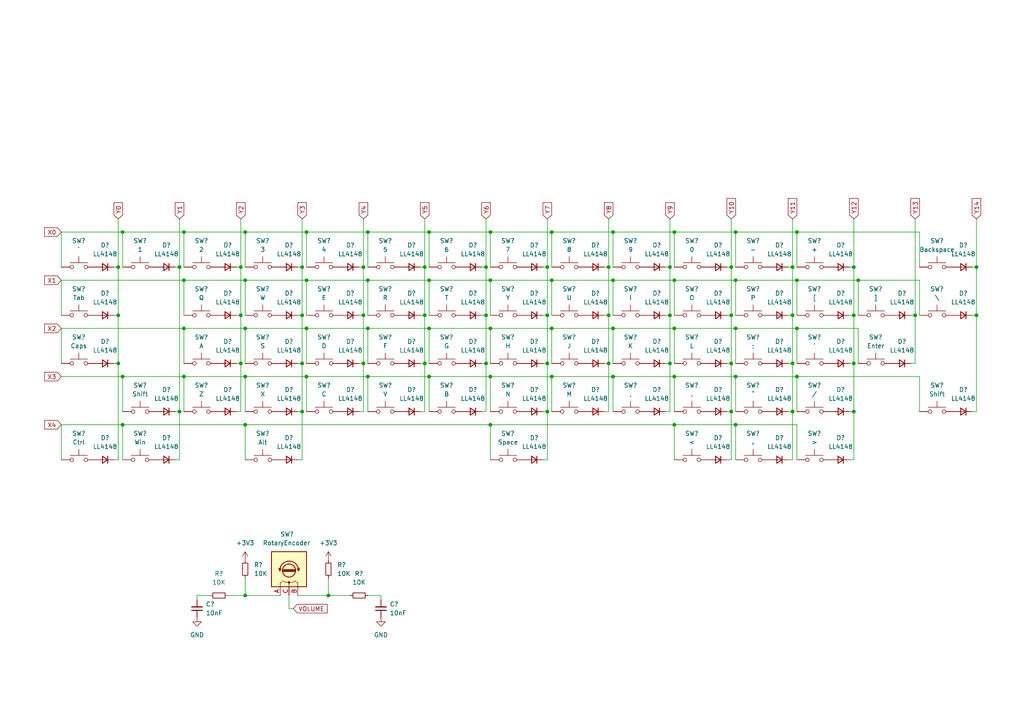
<source format=kicad_sch>
(kicad_sch (version 20211123) (generator eeschema)
  (paper "A4")
  (junction (at 212.09 77.47))
  (junction (at 142.24 109.22))
  (junction (at 53.34 81.28))
  (junction (at 194.31 77.47))
  (junction (at 158.75 77.47))
  (junction (at 35.56 109.22))
  (junction (at 160.02 109.22))
  (junction (at 212.09 119.38))
  (junction (at 35.56 67.31))
  (junction (at 142.24 123.19))
  (junction (at 231.14 95.25))
  (junction (at 106.68 67.31))
  (junction (at 71.12 67.31))
  (junction (at 158.75 105.41))
  (junction (at 71.12 123.19))
  (junction (at 106.68 95.25))
  (junction (at 142.24 81.28))
  (junction (at 140.97 77.47))
  (junction (at 69.85 105.41))
  (junction (at 124.46 81.28))
  (junction (at 229.87 119.38))
  (junction (at 105.41 77.47))
  (junction (at 34.29 91.44))
  (junction (at 213.36 67.31))
  (junction (at 105.41 105.41))
  (junction (at 195.58 95.25))
  (junction (at 87.63 105.41))
  (junction (at 158.75 91.44))
  (junction (at 283.21 91.44))
  (junction (at 212.09 91.44))
  (junction (at 213.36 123.19))
  (junction (at 176.53 91.44))
  (junction (at 87.63 77.47))
  (junction (at 106.68 109.22))
  (junction (at 140.97 91.44))
  (junction (at 195.58 67.31))
  (junction (at 160.02 95.25))
  (junction (at 176.53 105.41))
  (junction (at 176.53 77.47))
  (junction (at 106.68 81.28))
  (junction (at 231.14 81.28))
  (junction (at 35.56 123.19))
  (junction (at 195.58 109.22))
  (junction (at 105.41 91.44))
  (junction (at 124.46 95.25))
  (junction (at 123.19 77.47))
  (junction (at 247.65 105.41))
  (junction (at 53.34 67.31))
  (junction (at 88.9 67.31))
  (junction (at 195.58 81.28))
  (junction (at 34.29 77.47))
  (junction (at 231.14 67.31))
  (junction (at 212.09 105.41))
  (junction (at 69.85 91.44))
  (junction (at 34.29 105.41))
  (junction (at 229.87 77.47))
  (junction (at 71.12 95.25))
  (junction (at 177.8 109.22))
  (junction (at 195.58 123.19))
  (junction (at 53.34 95.25))
  (junction (at 229.87 91.44))
  (junction (at 231.14 109.22))
  (junction (at 177.8 95.25))
  (junction (at 247.65 91.44))
  (junction (at 123.19 91.44))
  (junction (at 194.31 91.44))
  (junction (at 177.8 81.28))
  (junction (at 140.97 105.41))
  (junction (at 177.8 67.31))
  (junction (at 69.85 77.47))
  (junction (at 265.43 91.44))
  (junction (at 71.12 109.22))
  (junction (at 248.92 81.28))
  (junction (at 123.19 105.41))
  (junction (at 194.31 105.41))
  (junction (at 88.9 109.22))
  (junction (at 247.65 119.38))
  (junction (at 213.36 81.28))
  (junction (at 229.87 105.41))
  (junction (at 71.12 172.72))
  (junction (at 124.46 109.22))
  (junction (at 52.07 119.38))
  (junction (at 53.34 109.22))
  (junction (at 247.65 77.47))
  (junction (at 87.63 91.44))
  (junction (at 142.24 95.25))
  (junction (at 213.36 95.25))
  (junction (at 160.02 81.28))
  (junction (at 87.63 119.38))
  (junction (at 52.07 77.47))
  (junction (at 95.25 172.72))
  (junction (at 88.9 81.28))
  (junction (at 142.24 67.31))
  (junction (at 160.02 67.31))
  (junction (at 71.12 81.28))
  (junction (at 124.46 67.31))
  (junction (at 283.21 77.47))
  (junction (at 158.75 119.38))
  (junction (at 88.9 95.25))
  (junction (at 213.36 109.22))
  (wire (pts (xy 123.19 91.44) (xy 121.92 91.44)))
  (wire (pts (xy 195.58 123.19) (xy 213.36 123.19)))
  (wire (pts (xy 140.97 105.41) (xy 139.7 105.41)))
  (wire (pts (xy 142.24 67.31) (xy 160.02 67.31)))
  (wire (pts (xy 229.87 119.38) (xy 228.6 119.38)))
  (wire (pts (xy 213.36 133.35) (xy 213.36 123.19)))
  (wire (pts (xy 69.85 105.41) (xy 68.58 105.41)))
  (wire (pts (xy 213.36 95.25) (xy 231.14 95.25)))
  (wire (pts (xy 194.31 77.47) (xy 194.31 91.44)))
  (wire (pts (xy 176.53 77.47) (xy 175.26 77.47)))
  (wire (pts (xy 35.56 119.38) (xy 35.56 109.22)))
  (wire (pts (xy 71.12 105.41) (xy 71.12 95.25)))
  (wire (pts (xy 52.07 77.47) (xy 52.07 119.38)))
  (wire (pts (xy 17.78 95.25) (xy 53.34 95.25)))
  (wire (pts (xy 53.34 91.44) (xy 53.34 81.28)))
  (wire (pts (xy 158.75 77.47) (xy 157.48 77.47)))
  (wire (pts (xy 87.63 77.47) (xy 87.63 91.44)))
  (wire (pts (xy 248.92 81.28) (xy 266.7 81.28)))
  (wire (pts (xy 35.56 109.22) (xy 53.34 109.22)))
  (wire (pts (xy 231.14 95.25) (xy 248.92 95.25)))
  (wire (pts (xy 283.21 119.38) (xy 281.94 119.38)))
  (wire (pts (xy 35.56 133.35) (xy 35.56 123.19)))
  (wire (pts (xy 123.19 91.44) (xy 123.19 105.41)))
  (wire (pts (xy 158.75 91.44) (xy 157.48 91.44)))
  (wire (pts (xy 247.65 105.41) (xy 246.38 105.41)))
  (wire (pts (xy 142.24 77.47) (xy 142.24 67.31)))
  (wire (pts (xy 105.41 77.47) (xy 105.41 91.44)))
  (wire (pts (xy 212.09 63.5) (xy 212.09 77.47)))
  (wire (pts (xy 69.85 91.44) (xy 69.85 105.41)))
  (wire (pts (xy 176.53 91.44) (xy 175.26 91.44)))
  (wire (pts (xy 106.68 172.72) (xy 110.49 172.72)))
  (wire (pts (xy 231.14 77.47) (xy 231.14 67.31)))
  (wire (pts (xy 247.65 119.38) (xy 247.65 133.35)))
  (wire (pts (xy 247.65 91.44) (xy 247.65 105.41)))
  (wire (pts (xy 17.78 123.19) (xy 35.56 123.19)))
  (wire (pts (xy 123.19 105.41) (xy 123.19 119.38)))
  (wire (pts (xy 160.02 91.44) (xy 160.02 81.28)))
  (wire (pts (xy 247.65 133.35) (xy 246.38 133.35)))
  (wire (pts (xy 87.63 119.38) (xy 87.63 133.35)))
  (wire (pts (xy 229.87 77.47) (xy 228.6 77.47)))
  (wire (pts (xy 213.36 91.44) (xy 213.36 81.28)))
  (wire (pts (xy 105.41 119.38) (xy 104.14 119.38)))
  (wire (pts (xy 248.92 91.44) (xy 248.92 81.28)))
  (wire (pts (xy 158.75 119.38) (xy 158.75 133.35)))
  (wire (pts (xy 212.09 91.44) (xy 212.09 105.41)))
  (wire (pts (xy 195.58 67.31) (xy 213.36 67.31)))
  (wire (pts (xy 194.31 119.38) (xy 193.04 119.38)))
  (wire (pts (xy 213.36 77.47) (xy 213.36 67.31)))
  (wire (pts (xy 212.09 105.41) (xy 212.09 119.38)))
  (wire (pts (xy 229.87 63.5) (xy 229.87 77.47)))
  (wire (pts (xy 124.46 77.47) (xy 124.46 67.31)))
  (wire (pts (xy 124.46 119.38) (xy 124.46 109.22)))
  (wire (pts (xy 231.14 81.28) (xy 248.92 81.28)))
  (wire (pts (xy 283.21 91.44) (xy 283.21 119.38)))
  (wire (pts (xy 194.31 63.5) (xy 194.31 77.47)))
  (wire (pts (xy 35.56 77.47) (xy 35.56 67.31)))
  (wire (pts (xy 124.46 67.31) (xy 142.24 67.31)))
  (wire (pts (xy 123.19 77.47) (xy 121.92 77.47)))
  (wire (pts (xy 88.9 105.41) (xy 88.9 95.25)))
  (wire (pts (xy 34.29 105.41) (xy 33.02 105.41)))
  (wire (pts (xy 69.85 63.5) (xy 69.85 77.47)))
  (wire (pts (xy 177.8 91.44) (xy 177.8 81.28)))
  (wire (pts (xy 106.68 81.28) (xy 124.46 81.28)))
  (wire (pts (xy 53.34 119.38) (xy 53.34 109.22)))
  (wire (pts (xy 176.53 63.5) (xy 176.53 77.47)))
  (wire (pts (xy 53.34 95.25) (xy 71.12 95.25)))
  (wire (pts (xy 88.9 109.22) (xy 106.68 109.22)))
  (wire (pts (xy 124.46 91.44) (xy 124.46 81.28)))
  (wire (pts (xy 88.9 81.28) (xy 106.68 81.28)))
  (wire (pts (xy 105.41 105.41) (xy 104.14 105.41)))
  (wire (pts (xy 142.24 133.35) (xy 142.24 123.19)))
  (wire (pts (xy 158.75 63.5) (xy 158.75 77.47)))
  (wire (pts (xy 124.46 105.41) (xy 124.46 95.25)))
  (wire (pts (xy 71.12 119.38) (xy 71.12 109.22)))
  (wire (pts (xy 212.09 133.35) (xy 210.82 133.35)))
  (wire (pts (xy 106.68 95.25) (xy 106.68 105.41)))
  (wire (pts (xy 34.29 77.47) (xy 34.29 91.44)))
  (wire (pts (xy 266.7 91.44) (xy 266.7 81.28)))
  (wire (pts (xy 71.12 123.19) (xy 142.24 123.19)))
  (wire (pts (xy 158.75 119.38) (xy 157.48 119.38)))
  (wire (pts (xy 176.53 77.47) (xy 176.53 91.44)))
  (wire (pts (xy 17.78 109.22) (xy 35.56 109.22)))
  (wire (pts (xy 86.36 172.72) (xy 95.25 172.72)))
  (wire (pts (xy 177.8 67.31) (xy 195.58 67.31)))
  (wire (pts (xy 160.02 109.22) (xy 177.8 109.22)))
  (wire (pts (xy 34.29 133.35) (xy 33.02 133.35)))
  (wire (pts (xy 17.78 133.35) (xy 17.78 123.19)))
  (wire (pts (xy 195.58 77.47) (xy 195.58 67.31)))
  (wire (pts (xy 247.65 105.41) (xy 247.65 119.38)))
  (wire (pts (xy 212.09 119.38) (xy 212.09 133.35)))
  (wire (pts (xy 88.9 91.44) (xy 88.9 81.28)))
  (wire (pts (xy 142.24 109.22) (xy 160.02 109.22)))
  (wire (pts (xy 123.19 77.47) (xy 123.19 91.44)))
  (wire (pts (xy 194.31 77.47) (xy 193.04 77.47)))
  (wire (pts (xy 66.04 172.72) (xy 71.12 172.72)))
  (wire (pts (xy 247.65 119.38) (xy 246.38 119.38)))
  (wire (pts (xy 95.25 167.64) (xy 95.25 172.72)))
  (wire (pts (xy 105.41 91.44) (xy 104.14 91.44)))
  (wire (pts (xy 248.92 105.41) (xy 248.92 95.25)))
  (wire (pts (xy 213.36 119.38) (xy 213.36 109.22)))
  (wire (pts (xy 231.14 133.35) (xy 231.14 123.19)))
  (wire (pts (xy 52.07 63.5) (xy 52.07 77.47)))
  (wire (pts (xy 195.58 91.44) (xy 195.58 81.28)))
  (wire (pts (xy 124.46 81.28) (xy 142.24 81.28)))
  (wire (pts (xy 88.9 77.47) (xy 88.9 67.31)))
  (wire (pts (xy 142.24 91.44) (xy 142.24 81.28)))
  (wire (pts (xy 158.75 77.47) (xy 158.75 91.44)))
  (wire (pts (xy 34.29 105.41) (xy 34.29 133.35)))
  (wire (pts (xy 231.14 91.44) (xy 231.14 81.28)))
  (wire (pts (xy 106.68 67.31) (xy 124.46 67.31)))
  (wire (pts (xy 212.09 91.44) (xy 210.82 91.44)))
  (wire (pts (xy 83.82 176.53) (xy 85.09 176.53)))
  (wire (pts (xy 87.63 91.44) (xy 87.63 105.41)))
  (wire (pts (xy 142.24 119.38) (xy 142.24 109.22)))
  (wire (pts (xy 194.31 105.41) (xy 194.31 119.38)))
  (wire (pts (xy 106.68 95.25) (xy 124.46 95.25)))
  (wire (pts (xy 247.65 91.44) (xy 246.38 91.44)))
  (wire (pts (xy 105.41 91.44) (xy 105.41 105.41)))
  (wire (pts (xy 212.09 119.38) (xy 210.82 119.38)))
  (wire (pts (xy 53.34 109.22) (xy 71.12 109.22)))
  (wire (pts (xy 106.68 67.31) (xy 106.68 77.47)))
  (wire (pts (xy 71.12 67.31) (xy 88.9 67.31)))
  (wire (pts (xy 71.12 91.44) (xy 71.12 81.28)))
  (wire (pts (xy 140.97 63.5) (xy 140.97 77.47)))
  (wire (pts (xy 195.58 95.25) (xy 213.36 95.25)))
  (wire (pts (xy 213.36 67.31) (xy 231.14 67.31)))
  (wire (pts (xy 213.36 81.28) (xy 231.14 81.28)))
  (wire (pts (xy 53.34 105.41) (xy 53.34 95.25)))
  (wire (pts (xy 176.53 119.38) (xy 175.26 119.38)))
  (wire (pts (xy 229.87 119.38) (xy 229.87 133.35)))
  (wire (pts (xy 247.65 77.47) (xy 247.65 91.44)))
  (wire (pts (xy 247.65 77.47) (xy 246.38 77.47)))
  (wire (pts (xy 158.75 105.41) (xy 157.48 105.41)))
  (wire (pts (xy 69.85 77.47) (xy 69.85 91.44)))
  (wire (pts (xy 71.12 109.22) (xy 88.9 109.22)))
  (wire (pts (xy 177.8 95.25) (xy 195.58 95.25)))
  (wire (pts (xy 231.14 105.41) (xy 231.14 95.25)))
  (wire (pts (xy 87.63 133.35) (xy 86.36 133.35)))
  (wire (pts (xy 17.78 67.31) (xy 35.56 67.31)))
  (wire (pts (xy 265.43 91.44) (xy 265.43 105.41)))
  (wire (pts (xy 88.9 95.25) (xy 106.68 95.25)))
  (wire (pts (xy 229.87 91.44) (xy 229.87 105.41)))
  (wire (pts (xy 87.63 77.47) (xy 86.36 77.47)))
  (wire (pts (xy 160.02 105.41) (xy 160.02 95.25)))
  (wire (pts (xy 231.14 119.38) (xy 231.14 109.22)))
  (wire (pts (xy 17.78 77.47) (xy 17.78 67.31)))
  (wire (pts (xy 195.58 81.28) (xy 213.36 81.28)))
  (wire (pts (xy 124.46 95.25) (xy 142.24 95.25)))
  (wire (pts (xy 177.8 81.28) (xy 195.58 81.28)))
  (wire (pts (xy 140.97 105.41) (xy 140.97 119.38)))
  (wire (pts (xy 229.87 91.44) (xy 228.6 91.44)))
  (wire (pts (xy 142.24 95.25) (xy 160.02 95.25)))
  (wire (pts (xy 57.15 172.72) (xy 60.96 172.72)))
  (wire (pts (xy 87.63 105.41) (xy 86.36 105.41)))
  (wire (pts (xy 123.19 119.38) (xy 121.92 119.38)))
  (wire (pts (xy 34.29 63.5) (xy 34.29 77.47)))
  (wire (pts (xy 283.21 91.44) (xy 281.94 91.44)))
  (wire (pts (xy 52.07 77.47) (xy 50.8 77.47)))
  (wire (pts (xy 71.12 81.28) (xy 88.9 81.28)))
  (wire (pts (xy 52.07 119.38) (xy 50.8 119.38)))
  (wire (pts (xy 71.12 77.47) (xy 71.12 67.31)))
  (wire (pts (xy 283.21 77.47) (xy 283.21 91.44)))
  (wire (pts (xy 160.02 77.47) (xy 160.02 67.31)))
  (wire (pts (xy 140.97 91.44) (xy 140.97 105.41)))
  (wire (pts (xy 123.19 105.41) (xy 121.92 105.41)))
  (wire (pts (xy 160.02 95.25) (xy 177.8 95.25)))
  (wire (pts (xy 160.02 67.31) (xy 177.8 67.31)))
  (wire (pts (xy 229.87 105.41) (xy 228.6 105.41)))
  (wire (pts (xy 142.24 123.19) (xy 195.58 123.19)))
  (wire (pts (xy 124.46 109.22) (xy 142.24 109.22)))
  (wire (pts (xy 34.29 77.47) (xy 33.02 77.47)))
  (wire (pts (xy 177.8 105.41) (xy 177.8 95.25)))
  (wire (pts (xy 194.31 91.44) (xy 194.31 105.41)))
  (wire (pts (xy 106.68 109.22) (xy 106.68 119.38)))
  (wire (pts (xy 52.07 119.38) (xy 52.07 133.35)))
  (wire (pts (xy 176.53 105.41) (xy 175.26 105.41)))
  (wire (pts (xy 176.53 91.44) (xy 176.53 105.41)))
  (wire (pts (xy 229.87 133.35) (xy 228.6 133.35)))
  (wire (pts (xy 194.31 91.44) (xy 193.04 91.44)))
  (wire (pts (xy 71.12 172.72) (xy 81.28 172.72)))
  (wire (pts (xy 140.97 91.44) (xy 139.7 91.44)))
  (wire (pts (xy 231.14 67.31) (xy 266.7 67.31)))
  (wire (pts (xy 177.8 119.38) (xy 177.8 109.22)))
  (wire (pts (xy 158.75 91.44) (xy 158.75 105.41)))
  (wire (pts (xy 69.85 105.41) (xy 69.85 119.38)))
  (wire (pts (xy 71.12 95.25) (xy 88.9 95.25)))
  (wire (pts (xy 17.78 105.41) (xy 17.78 95.25)))
  (wire (pts (xy 158.75 133.35) (xy 157.48 133.35)))
  (wire (pts (xy 71.12 133.35) (xy 71.12 123.19)))
  (wire (pts (xy 213.36 109.22) (xy 231.14 109.22)))
  (wire (pts (xy 177.8 77.47) (xy 177.8 67.31)))
  (wire (pts (xy 17.78 91.44) (xy 17.78 81.28)))
  (wire (pts (xy 88.9 67.31) (xy 106.68 67.31)))
  (wire (pts (xy 212.09 77.47) (xy 210.82 77.47)))
  (wire (pts (xy 160.02 119.38) (xy 160.02 109.22)))
  (wire (pts (xy 229.87 77.47) (xy 229.87 91.44)))
  (wire (pts (xy 34.29 91.44) (xy 33.02 91.44)))
  (wire (pts (xy 110.49 172.72) (xy 110.49 173.99)))
  (wire (pts (xy 106.68 109.22) (xy 124.46 109.22)))
  (wire (pts (xy 283.21 77.47) (xy 281.94 77.47)))
  (wire (pts (xy 53.34 81.28) (xy 71.12 81.28)))
  (wire (pts (xy 213.36 123.19) (xy 231.14 123.19)))
  (wire (pts (xy 105.41 105.41) (xy 105.41 119.38)))
  (wire (pts (xy 247.65 63.5) (xy 247.65 77.47)))
  (wire (pts (xy 105.41 63.5) (xy 105.41 77.47)))
  (wire (pts (xy 195.58 119.38) (xy 195.58 109.22)))
  (wire (pts (xy 69.85 91.44) (xy 68.58 91.44)))
  (wire (pts (xy 17.78 81.28) (xy 53.34 81.28)))
  (wire (pts (xy 106.68 81.28) (xy 106.68 91.44)))
  (wire (pts (xy 140.97 119.38) (xy 139.7 119.38)))
  (wire (pts (xy 95.25 172.72) (xy 101.6 172.72)))
  (wire (pts (xy 265.43 63.5) (xy 265.43 91.44)))
  (wire (pts (xy 195.58 105.41) (xy 195.58 95.25)))
  (wire (pts (xy 140.97 77.47) (xy 139.7 77.47)))
  (wire (pts (xy 160.02 81.28) (xy 177.8 81.28)))
  (wire (pts (xy 34.29 91.44) (xy 34.29 105.41)))
  (wire (pts (xy 212.09 77.47) (xy 212.09 91.44)))
  (wire (pts (xy 231.14 109.22) (xy 266.7 109.22)))
  (wire (pts (xy 87.63 119.38) (xy 86.36 119.38)))
  (wire (pts (xy 53.34 67.31) (xy 71.12 67.31)))
  (wire (pts (xy 53.34 77.47) (xy 53.34 67.31)))
  (wire (pts (xy 35.56 67.31) (xy 53.34 67.31)))
  (wire (pts (xy 71.12 167.64) (xy 71.12 172.72)))
  (wire (pts (xy 176.53 105.41) (xy 176.53 119.38)))
  (wire (pts (xy 69.85 77.47) (xy 68.58 77.47)))
  (wire (pts (xy 265.43 91.44) (xy 264.16 91.44)))
  (wire (pts (xy 195.58 109.22) (xy 213.36 109.22)))
  (wire (pts (xy 142.24 105.41) (xy 142.24 95.25)))
  (wire (pts (xy 57.15 173.99) (xy 57.15 172.72)))
  (wire (pts (xy 140.97 77.47) (xy 140.97 91.44)))
  (wire (pts (xy 265.43 105.41) (xy 264.16 105.41)))
  (wire (pts (xy 69.85 119.38) (xy 68.58 119.38)))
  (wire (pts (xy 105.41 77.47) (xy 104.14 77.47)))
  (wire (pts (xy 213.36 105.41) (xy 213.36 95.25)))
  (wire (pts (xy 87.63 91.44) (xy 86.36 91.44)))
  (wire (pts (xy 266.7 119.38) (xy 266.7 109.22)))
  (wire (pts (xy 35.56 123.19) (xy 71.12 123.19)))
  (wire (pts (xy 229.87 105.41) (xy 229.87 119.38)))
  (wire (pts (xy 88.9 119.38) (xy 88.9 109.22)))
  (wire (pts (xy 194.31 105.41) (xy 193.04 105.41)))
  (wire (pts (xy 87.63 105.41) (xy 87.63 119.38)))
  (wire (pts (xy 52.07 133.35) (xy 50.8 133.35)))
  (wire (pts (xy 283.21 63.5) (xy 283.21 77.47)))
  (wire (pts (xy 212.09 105.41) (xy 210.82 105.41)))
  (wire (pts (xy 83.82 172.72) (xy 83.82 176.53)))
  (wire (pts (xy 177.8 109.22) (xy 195.58 109.22)))
  (wire (pts (xy 123.19 63.5) (xy 123.19 77.47)))
  (wire (pts (xy 158.75 105.41) (xy 158.75 119.38)))
  (wire (pts (xy 195.58 133.35) (xy 195.58 123.19)))
  (wire (pts (xy 266.7 77.47) (xy 266.7 67.31)))
  (wire (pts (xy 142.24 81.28) (xy 160.02 81.28)))
  (wire (pts (xy 87.63 63.5) (xy 87.63 77.47)))
  (global_label "Y10" (shape input) (at 212.09 63.5 90) (property "Intersheet References" "${INTERSHEET_REFS}" (effects hide)))
  (global_label "Y7" (shape input) (at 158.75 63.5 90) (property "Intersheet References" "${INTERSHEET_REFS}" (effects hide)))
  (global_label "Y6" (shape input) (at 140.97 63.5 90) (property "Intersheet References" "${INTERSHEET_REFS}" (effects hide)))
  (global_label "Y12" (shape input) (at 247.65 63.5 90) (property "Intersheet References" "${INTERSHEET_REFS}" (effects hide)))
  (global_label "Y9" (shape input) (at 194.31 63.5 90) (property "Intersheet References" "${INTERSHEET_REFS}" (effects hide)))
  (global_label "Y0" (shape input) (at 34.29 63.5 90) (property "Intersheet References" "${INTERSHEET_REFS}" (effects hide)))
  (global_label "X2" (shape input) (at 17.78 95.25 180) (property "Intersheet References" "${INTERSHEET_REFS}" (effects hide)))
  (global_label "X1" (shape input) (at 17.78 81.28 180) (property "Intersheet References" "${INTERSHEET_REFS}" (effects hide)))
  (global_label "Y2" (shape input) (at 69.85 63.5 90) (property "Intersheet References" "${INTERSHEET_REFS}" (effects hide)))
  (global_label "Y13" (shape input) (at 265.43 63.5 90) (property "Intersheet References" "${INTERSHEET_REFS}" (effects hide)))
  (global_label "VOLUME" (shape input) (at 85.09 176.53 0) (property "Intersheet References" "${INTERSHEET_REFS}" (effects hide)))
  (global_label "Y11" (shape input) (at 229.87 63.5 90) (property "Intersheet References" "${INTERSHEET_REFS}" (effects hide)))
  (global_label "X3" (shape input) (at 17.78 109.22 180) (property "Intersheet References" "${INTERSHEET_REFS}" (effects hide)))
  (global_label "Y1" (shape input) (at 52.07 63.5 90) (property "Intersheet References" "${INTERSHEET_REFS}" (effects hide)))
  (global_label "Y3" (shape input) (at 87.63 63.5 90) (property "Intersheet References" "${INTERSHEET_REFS}" (effects hide)))
  (global_label "Y5" (shape input) (at 123.19 63.5 90) (property "Intersheet References" "${INTERSHEET_REFS}" (effects hide)))
  (global_label "Y4" (shape input) (at 105.41 63.5 90) (property "Intersheet References" "${INTERSHEET_REFS}" (effects hide)))
  (global_label "Y8" (shape input) (at 176.53 63.5 90) (property "Intersheet References" "${INTERSHEET_REFS}" (effects hide)))
  (global_label "X0" (shape input) (at 17.78 67.31 180) (property "Intersheet References" "${INTERSHEET_REFS}" (effects hide)))
  (global_label "Y14" (shape input) (at 283.21 63.5 90) (property "Intersheet References" "${INTERSHEET_REFS}" (effects hide)))
  (global_label "X4" (shape input) (at 17.78 123.19 180) (property "Intersheet References" "${INTERSHEET_REFS}" (effects hide)))
  (symbol (lib_id "Device:D_Small") (at 66.04 105.41 180) (unit 1)
    (property "Reference" "D?" (at 66.04 99.06 0))
    (property "Value" "LL4148" (at 66.04 101.6 0))
    (property "Footprint" "Diode_SMD:D_MiniMELF" (effects hide))
    (property "Basic Part" "Yes" (effects hide))
    (property "LCSC part number" "C9808" (effects hide))
  )
  (symbol (lib_id "Switch:SW_Push") (at 182.88 91.44 0) (unit 1)
    (property "Reference" "SW?" (at 182.88 83.82 0))
    (property "Value" "I" (at 182.88 86.36 0))
    (property "Footprint" "Button_Switch_Keyboard:SW_Cherry_MX_1.00u_PCB" (effects hide))
    (property "Basic Part" "Yes" (effects hide))
    (property "LCSC part number" "C318884" (effects hide))
  )
  (symbol (lib_id "Switch:SW_Push") (at 200.66 91.44 0) (unit 1)
    (property "Reference" "SW?" (at 200.66 83.82 0))
    (property "Value" "O" (at 200.66 86.36 0))
    (property "Footprint" "Button_Switch_Keyboard:SW_Cherry_MX_1.00u_PCB" (effects hide))
    (property "Basic Part" "Yes" (effects hide))
    (property "LCSC part number" "C318884" (effects hide))
  )
  (symbol (lib_id "Switch:SW_Push") (at 76.2 105.41 0) (unit 1)
    (property "Reference" "SW?" (at 76.2 97.79 0))
    (property "Value" "S" (at 76.2 100.33 0))
    (property "Footprint" "Button_Switch_Keyboard:SW_Cherry_MX_1.00u_PCB" (effects hide))
    (property "Basic Part" "Yes" (effects hide))
    (property "LCSC part number" "C318884" (effects hide))
  )
  (symbol (lib_id "Device:D_Small") (at 208.28 133.35 180) (unit 1)
    (property "Reference" "D?" (at 208.28 127 0))
    (property "Value" "LL4148" (at 208.28 129.54 0))
    (property "Footprint" "Diode_SMD:D_MiniMELF" (effects hide))
    (property "Basic Part" "Yes" (effects hide))
    (property "LCSC part number" "C9808" (effects hide))
  )
  (symbol (lib_id "Switch:SW_Push") (at 271.78 77.47 0) (unit 1)
    (property "Reference" "SW?" (at 271.78 69.85 0))
    (property "Value" "Backspace" (at 271.78 72.39 0))
    (property "Footprint" "Button_Switch_Keyboard:SW_Cherry_MX_1.00u_PCB" (effects hide))
    (property "Basic Part" "Yes" (effects hide))
    (property "LCSC part number" "C318884" (effects hide))
  )
  (symbol (lib_id "Switch:SW_Push") (at 254 91.44 0) (unit 1)
    (property "Reference" "SW?" (at 254 83.82 0))
    (property "Value" "]" (at 254 86.36 0))
    (property "Footprint" "Button_Switch_Keyboard:SW_Cherry_MX_1.00u_PCB" (effects hide))
    (property "Basic Part" "Yes" (effects hide))
    (property "LCSC part number" "C318884" (effects hide))
  )
  (symbol (lib_id "Switch:SW_Push") (at 236.22 119.38 0) (unit 1)
    (property "Reference" "SW?" (at 236.22 111.76 0))
    (property "Value" "/" (at 236.22 114.3 0))
    (property "Footprint" "Button_Switch_Keyboard:SW_Cherry_MX_1.00u_PCB" (effects hide))
    (property "Basic Part" "Yes" (effects hide))
    (property "LCSC part number" "C318884" (effects hide))
  )
  (symbol (lib_id "Device:D_Small") (at 208.28 77.47 180) (unit 1)
    (property "Reference" "D?" (at 208.28 71.12 0))
    (property "Value" "LL4148" (at 208.28 73.66 0))
    (property "Footprint" "Diode_SMD:D_MiniMELF" (effects hide))
    (property "Basic Part" "Yes" (effects hide))
    (property "LCSC part number" "C9808" (effects hide))
  )
  (symbol (lib_id "Switch:SW_Push") (at 40.64 77.47 0) (unit 1)
    (property "Reference" "SW?" (at 40.64 69.85 0))
    (property "Value" "1" (at 40.64 72.39 0))
    (property "Footprint" "Button_Switch_Keyboard:SW_Cherry_MX_1.00u_PCB" (effects hide))
    (property "Basic Part" "Yes" (effects hide))
    (property "LCSC part number" "C318884" (effects hide))
  )
  (symbol (lib_id "Switch:SW_Push") (at 271.78 91.44 0) (unit 1)
    (property "Reference" "SW?" (at 271.78 83.82 0))
    (property "Value" "\\" (at 271.78 86.36 0))
    (property "Footprint" "Button_Switch_Keyboard:SW_Cherry_MX_1.00u_PCB" (effects hide))
    (property "Basic Part" "Yes" (effects hide))
    (property "LCSC part number" "C318884" (effects hide))
  )
  (symbol (lib_id "Switch:SW_Push") (at 218.44 91.44 0) (unit 1)
    (property "Reference" "SW?" (at 218.44 83.82 0))
    (property "Value" "P" (at 218.44 86.36 0))
    (property "Footprint" "Button_Switch_Keyboard:SW_Cherry_MX_1.00u_PCB" (effects hide))
    (property "Basic Part" "Yes" (effects hide))
    (property "LCSC part number" "C318884" (effects hide))
  )
  (symbol (lib_id "Switch:SW_Push") (at 111.76 77.47 0) (unit 1)
    (property "Reference" "SW?" (at 111.76 69.85 0))
    (property "Value" "5" (at 111.76 72.39 0))
    (property "Footprint" "Button_Switch_Keyboard:SW_Cherry_MX_1.00u_PCB" (effects hide))
    (property "Basic Part" "Yes" (effects hide))
    (property "LCSC part number" "C318884" (effects hide))
  )
  (symbol (lib_id "Switch:SW_Push") (at 182.88 119.38 0) (unit 1)
    (property "Reference" "SW?" (at 182.88 111.76 0))
    (property "Value" "," (at 182.88 114.3 0))
    (property "Footprint" "Button_Switch_Keyboard:SW_Cherry_MX_1.00u_PCB" (effects hide))
    (property "Basic Part" "Yes" (effects hide))
    (property "LCSC part number" "C318884" (effects hide))
  )
  (symbol (lib_id "Device:D_Small") (at 208.28 119.38 180) (unit 1)
    (property "Reference" "D?" (at 208.28 113.03 0))
    (property "Value" "LL4148" (at 208.28 115.57 0))
    (property "Footprint" "Diode_SMD:D_MiniMELF" (effects hide))
    (property "Basic Part" "Yes" (effects hide))
    (property "LCSC part number" "C9808" (effects hide))
  )
  (symbol (lib_id "Device:R_Small") (at 71.12 165.1 0) (unit 1)
    (property "Reference" "R?" (at 73.66 163.8299 0) (effects (justify left)))
    (property "Value" "10K" (at 73.66 166.3699 0) (effects (justify left)))
    (property "Footprint" "Resistor_SMD:R_0402_1005Metric" (effects hide))
    (property "LCSC part number" "C25744" (effects hide))
    (property "Basic Part" "Yes" (effects hide))
  )
  (symbol (lib_id "Switch:SW_Push") (at 218.44 133.35 0) (unit 1)
    (property "Reference" "SW?" (at 218.44 125.73 0))
    (property "Value" "⌄" (at 218.44 128.27 0))
    (property "Footprint" "Button_Switch_Keyboard:SW_Cherry_MX_1.00u_PCB" (effects hide))
    (property "Basic Part" "Yes" (effects hide))
    (property "LCSC part number" "C318884" (effects hide))
  )
  (symbol (lib_id "Device:D_Small") (at 154.94 133.35 180) (unit 1)
    (property "Reference" "D?" (at 154.94 127 0))
    (property "Value" "LL4148" (at 154.94 129.54 0))
    (property "Footprint" "Diode_SMD:D_MiniMELF" (effects hide))
    (property "Basic Part" "Yes" (effects hide))
    (property "LCSC part number" "C9808" (effects hide))
  )
  (symbol (lib_id "Device:D_Small") (at 101.6 91.44 180) (unit 1)
    (property "Reference" "D?" (at 101.6 85.09 0))
    (property "Value" "LL4148" (at 101.6 87.63 0))
    (property "Footprint" "Diode_SMD:D_MiniMELF" (effects hide))
    (property "Basic Part" "Yes" (effects hide))
    (property "LCSC part number" "C9808" (effects hide))
  )
  (symbol (lib_id "Device:D_Small") (at 119.38 105.41 180) (unit 1)
    (property "Reference" "D?" (at 119.38 99.06 0))
    (property "Value" "LL4148" (at 119.38 101.6 0))
    (property "Footprint" "Diode_SMD:D_MiniMELF" (effects hide))
    (property "Basic Part" "Yes" (effects hide))
    (property "LCSC part number" "C9808" (effects hide))
  )
  (symbol (lib_id "Device:D_Small") (at 137.16 77.47 180) (unit 1)
    (property "Reference" "D?" (at 137.16 71.12 0))
    (property "Value" "LL4148" (at 137.16 73.66 0))
    (property "Footprint" "Diode_SMD:D_MiniMELF" (effects hide))
    (property "Basic Part" "Yes" (effects hide))
    (property "LCSC part number" "C9808" (effects hide))
  )
  (symbol (lib_id "Switch:SW_Push") (at 40.64 133.35 0) (unit 1)
    (property "Reference" "SW?" (at 40.64 125.73 0))
    (property "Value" "Win" (at 40.64 128.27 0))
    (property "Footprint" "Button_Switch_Keyboard:SW_Cherry_MX_1.00u_PCB" (effects hide))
    (property "Basic Part" "Yes" (effects hide))
    (property "LCSC part number" "C318884" (effects hide))
  )
  (symbol (lib_id "Device:C_Small") (at 110.49 176.53 0) (mirror x) (unit 1)
    (property "Reference" "C?" (at 113.03 175.26 0) (effects (justify left)))
    (property "Value" "10nF" (at 113.03 177.8 0) (effects (justify left)))
    (property "Footprint" "Capacitor_SMD:C_0402_1005Metric" (effects hide))
    (property "Basic Part" "Yes" (effects hide))
    (property "LCSC part number" "C15195" (effects hide))
  )
  (symbol (lib_id "Device:D_Small") (at 119.38 91.44 180) (unit 1)
    (property "Reference" "D?" (at 119.38 85.09 0))
    (property "Value" "LL4148" (at 119.38 87.63 0))
    (property "Footprint" "Diode_SMD:D_MiniMELF" (effects hide))
    (property "Basic Part" "Yes" (effects hide))
    (property "LCSC part number" "C9808" (effects hide))
  )
  (symbol (lib_id "Switch:SW_Push") (at 218.44 119.38 0) (unit 1)
    (property "Reference" "SW?" (at 218.44 111.76 0))
    (property "Value" "^" (at 218.44 114.3 0))
    (property "Footprint" "Button_Switch_Keyboard:SW_Cherry_MX_1.00u_PCB" (effects hide))
    (property "Basic Part" "Yes" (effects hide))
    (property "LCSC part number" "C318884" (effects hide))
  )
  (symbol (lib_id "Device:D_Small") (at 154.94 91.44 180) (unit 1)
    (property "Reference" "D?" (at 154.94 85.09 0))
    (property "Value" "LL4148" (at 154.94 87.63 0))
    (property "Footprint" "Diode_SMD:D_MiniMELF" (effects hide))
    (property "Basic Part" "Yes" (effects hide))
    (property "LCSC part number" "C9808" (effects hide))
  )
  (symbol (lib_id "Switch:SW_Push") (at 22.86 105.41 0) (unit 1)
    (property "Reference" "SW?" (at 22.86 97.79 0))
    (property "Value" "Caps" (at 22.86 100.33 0))
    (property "Footprint" "Button_Switch_Keyboard:SW_Cherry_MX_1.00u_PCB" (effects hide))
    (property "Basic Part" "Yes" (effects hide))
    (property "LCSC part number" "C318884" (effects hide))
  )
  (symbol (lib_id "Switch:SW_Push") (at 236.22 91.44 0) (unit 1)
    (property "Reference" "SW?" (at 236.22 83.82 0))
    (property "Value" "[" (at 236.22 86.36 0))
    (property "Footprint" "Button_Switch_Keyboard:SW_Cherry_MX_1.00u_PCB" (effects hide))
    (property "Basic Part" "Yes" (effects hide))
    (property "LCSC part number" "C318884" (effects hide))
  )
  (symbol (lib_id "Device:D_Small") (at 48.26 133.35 180) (unit 1)
    (property "Reference" "D?" (at 48.26 127 0))
    (property "Value" "LL4148" (at 48.26 129.54 0))
    (property "Footprint" "Diode_SMD:D_MiniMELF" (effects hide))
    (property "Basic Part" "Yes" (effects hide))
    (property "LCSC part number" "C9808" (effects hide))
  )
  (symbol (lib_id "Switch:SW_Push") (at 22.86 91.44 0) (unit 1)
    (property "Reference" "SW?" (at 22.86 83.82 0))
    (property "Value" "Tab" (at 22.86 86.36 0))
    (property "Footprint" "Button_Switch_Keyboard:SW_Cherry_MX_1.00u_PCB" (effects hide))
    (property "Basic Part" "Yes" (effects hide))
    (property "LCSC part number" "C318884" (effects hide))
  )
  (symbol (lib_id "Switch:SW_Push") (at 236.22 133.35 0) (unit 1)
    (property "Reference" "SW?" (at 236.22 125.73 0))
    (property "Value" ">" (at 236.22 128.27 0))
    (property "Footprint" "Button_Switch_Keyboard:SW_Cherry_MX_1.00u_PCB" (effects hide))
    (property "Basic Part" "Yes" (effects hide))
    (property "LCSC part number" "C318884" (effects hide))
  )
  (symbol (lib_id "Device:D_Small") (at 172.72 105.41 180) (unit 1)
    (property "Reference" "D?" (at 172.72 99.06 0))
    (property "Value" "LL4148" (at 172.72 101.6 0))
    (property "Footprint" "Diode_SMD:D_MiniMELF" (effects hide))
    (property "Basic Part" "Yes" (effects hide))
    (property "LCSC part number" "C9808" (effects hide))
  )
  (symbol (lib_id "Device:D_Small") (at 101.6 119.38 180) (unit 1)
    (property "Reference" "D?" (at 101.6 113.03 0))
    (property "Value" "LL4148" (at 101.6 115.57 0))
    (property "Footprint" "Diode_SMD:D_MiniMELF" (effects hide))
    (property "Basic Part" "Yes" (effects hide))
    (property "LCSC part number" "C9808" (effects hide))
  )
  (symbol (lib_id "Switch:SW_Push") (at 218.44 77.47 0) (unit 1)
    (property "Reference" "SW?" (at 218.44 69.85 0))
    (property "Value" "-" (at 218.44 72.39 0))
    (property "Footprint" "Button_Switch_Keyboard:SW_Cherry_MX_1.00u_PCB" (effects hide))
    (property "Basic Part" "Yes" (effects hide))
    (property "LCSC part number" "C318884" (effects hide))
  )
  (symbol (lib_id "Device:D_Small") (at 226.06 91.44 180) (unit 1)
    (property "Reference" "D?" (at 226.06 85.09 0))
    (property "Value" "LL4148" (at 226.06 87.63 0))
    (property "Footprint" "Diode_SMD:D_MiniMELF" (effects hide))
    (property "Basic Part" "Yes" (effects hide))
    (property "LCSC part number" "C9808" (effects hide))
  )
  (symbol (lib_id "Device:D_Small") (at 243.84 77.47 180) (unit 1)
    (property "Reference" "D?" (at 243.84 71.12 0))
    (property "Value" "LL4148" (at 243.84 73.66 0))
    (property "Footprint" "Diode_SMD:D_MiniMELF" (effects hide))
    (property "Basic Part" "Yes" (effects hide))
    (property "LCSC part number" "C9808" (effects hide))
  )
  (symbol (lib_id "Switch:SW_Push") (at 129.54 91.44 0) (unit 1)
    (property "Reference" "SW?" (at 129.54 83.82 0))
    (property "Value" "T" (at 129.54 86.36 0))
    (property "Footprint" "Button_Switch_Keyboard:SW_Cherry_MX_1.00u_PCB" (effects hide))
    (property "Basic Part" "Yes" (effects hide))
    (property "LCSC part number" "C318884" (effects hide))
  )
  (symbol (lib_id "Switch:SW_Push") (at 22.86 77.47 0) (unit 1)
    (property "Reference" "SW?" (at 22.86 69.85 0))
    (property "Value" "`" (at 22.86 72.39 0))
    (property "Footprint" "Button_Switch_Keyboard:SW_Cherry_MX_1.00u_PCB" (effects hide))
    (property "Basic Part" "Yes" (effects hide))
    (property "LCSC part number" "C318884" (effects hide))
  )
  (symbol (lib_id "Switch:SW_Push") (at 40.64 119.38 0) (unit 1)
    (property "Reference" "SW?" (at 40.64 111.76 0))
    (property "Value" "Shift" (at 40.64 114.3 0))
    (property "Footprint" "Button_Switch_Keyboard:SW_Cherry_MX_1.00u_PCB" (effects hide))
    (property "Basic Part" "Yes" (effects hide))
    (property "LCSC part number" "C318884" (effects hide))
  )
  (symbol (lib_id "Switch:SW_Push") (at 165.1 91.44 0) (unit 1)
    (property "Reference" "SW?" (at 165.1 83.82 0))
    (property "Value" "U" (at 165.1 86.36 0))
    (property "Footprint" "Button_Switch_Keyboard:SW_Cherry_MX_1.00u_PCB" (effects hide))
    (property "Basic Part" "Yes" (effects hide))
    (property "LCSC part number" "C318884" (effects hide))
  )
  (symbol (lib_id "Device:D_Small") (at 243.84 133.35 180) (unit 1)
    (property "Reference" "D?" (at 243.84 127 0))
    (property "Value" "LL4148" (at 243.84 129.54 0))
    (property "Footprint" "Diode_SMD:D_MiniMELF" (effects hide))
    (property "Basic Part" "Yes" (effects hide))
    (property "LCSC part number" "C9808" (effects hide))
  )
  (symbol (lib_id "Device:D_Small") (at 48.26 77.47 180) (unit 1)
    (property "Reference" "D?" (at 48.26 71.12 0))
    (property "Value" "LL4148" (at 48.26 73.66 0))
    (property "Footprint" "Diode_SMD:D_MiniMELF" (effects hide))
    (property "Basic Part" "Yes" (effects hide))
    (property "LCSC part number" "C9808" (effects hide))
  )
  (symbol (lib_id "Device:D_Small") (at 66.04 77.47 180) (unit 1)
    (property "Reference" "D?" (at 66.04 71.12 0))
    (property "Value" "LL4148" (at 66.04 73.66 0))
    (property "Footprint" "Diode_SMD:D_MiniMELF" (effects hide))
    (property "Basic Part" "Yes" (effects hide))
    (property "LCSC part number" "C9808" (effects hide))
  )
  (symbol (lib_id "Device:D_Small") (at 243.84 105.41 180) (unit 1)
    (property "Reference" "D?" (at 243.84 99.06 0))
    (property "Value" "LL4148" (at 243.84 101.6 0))
    (property "Footprint" "Diode_SMD:D_MiniMELF" (effects hide))
    (property "Basic Part" "Yes" (effects hide))
    (property "LCSC part number" "C9808" (effects hide))
  )
  (symbol (lib_id "Switch:SW_Push") (at 165.1 77.47 0) (unit 1)
    (property "Reference" "SW?" (at 165.1 69.85 0))
    (property "Value" "8" (at 165.1 72.39 0))
    (property "Footprint" "Button_Switch_Keyboard:SW_Cherry_MX_1.00u_PCB" (effects hide))
    (property "Basic Part" "Yes" (effects hide))
    (property "LCSC part number" "C318884" (effects hide))
  )
  (symbol (lib_id "Switch:SW_Push") (at 165.1 105.41 0) (unit 1)
    (property "Reference" "SW?" (at 165.1 97.79 0))
    (property "Value" "J" (at 165.1 100.33 0))
    (property "Footprint" "Button_Switch_Keyboard:SW_Cherry_MX_1.00u_PCB" (effects hide))
    (property "Basic Part" "Yes" (effects hide))
    (property "LCSC part number" "C318884" (effects hide))
  )
  (symbol (lib_id "Switch:SW_Push") (at 111.76 105.41 0) (unit 1)
    (property "Reference" "SW?" (at 111.76 97.79 0))
    (property "Value" "F" (at 111.76 100.33 0))
    (property "Footprint" "Button_Switch_Keyboard:SW_Cherry_MX_1.00u_PCB" (effects hide))
    (property "Basic Part" "Yes" (effects hide))
    (property "LCSC part number" "C318884" (effects hide))
  )
  (symbol (lib_id "Switch:SW_Push") (at 76.2 133.35 0) (unit 1)
    (property "Reference" "SW?" (at 76.2 125.73 0))
    (property "Value" "Alt" (at 76.2 128.27 0))
    (property "Footprint" "Button_Switch_Keyboard:SW_Cherry_MX_1.00u_PCB" (effects hide))
    (property "Basic Part" "Yes" (effects hide))
    (property "LCSC part number" "C318884" (effects hide))
  )
  (symbol (lib_id "Switch:SW_Push") (at 218.44 105.41 0) (unit 1)
    (property "Reference" "SW?" (at 218.44 97.79 0))
    (property "Value" ";" (at 218.44 100.33 0))
    (property "Footprint" "Button_Switch_Keyboard:SW_Cherry_MX_1.00u_PCB" (effects hide))
    (property "Basic Part" "Yes" (effects hide))
    (property "LCSC part number" "C318884" (effects hide))
  )
  (symbol (lib_id "Device:D_Small") (at 190.5 105.41 180) (unit 1)
    (property "Reference" "D?" (at 190.5 99.06 0))
    (property "Value" "LL4148" (at 190.5 101.6 0))
    (property "Footprint" "Diode_SMD:D_MiniMELF" (effects hide))
    (property "Basic Part" "Yes" (effects hide))
    (property "LCSC part number" "C9808" (effects hide))
  )
  (symbol (lib_id "Switch:SW_Push") (at 93.98 77.47 0) (unit 1)
    (property "Reference" "SW?" (at 93.98 69.85 0))
    (property "Value" "4" (at 93.98 72.39 0))
    (property "Footprint" "Button_Switch_Keyboard:SW_Cherry_MX_1.00u_PCB" (effects hide))
    (property "Basic Part" "Yes" (effects hide))
    (property "LCSC part number" "C318884" (effects hide))
  )
  (symbol (lib_id "Device:D_Small") (at 226.06 133.35 180) (unit 1)
    (property "Reference" "D?" (at 226.06 127 0))
    (property "Value" "LL4148" (at 226.06 129.54 0))
    (property "Footprint" "Diode_SMD:D_MiniMELF" (effects hide))
    (property "Basic Part" "Yes" (effects hide))
    (property "LCSC part number" "C9808" (effects hide))
  )
  (symbol (lib_id "Switch:SW_Push") (at 111.76 91.44 0) (unit 1)
    (property "Reference" "SW?" (at 111.76 83.82 0))
    (property "Value" "R" (at 111.76 86.36 0))
    (property "Footprint" "Button_Switch_Keyboard:SW_Cherry_MX_1.00u_PCB" (effects hide))
    (property "Basic Part" "Yes" (effects hide))
    (property "LCSC part number" "C318884" (effects hide))
  )
  (symbol (lib_id "Switch:SW_Push") (at 147.32 105.41 0) (unit 1)
    (property "Reference" "SW?" (at 147.32 97.79 0))
    (property "Value" "H" (at 147.32 100.33 0))
    (property "Footprint" "Button_Switch_Keyboard:SW_Cherry_MX_1.00u_PCB" (effects hide))
    (property "Basic Part" "Yes" (effects hide))
    (property "LCSC part number" "C318884" (effects hide))
  )
  (symbol (lib_id "Switch:SW_Push") (at 182.88 77.47 0) (unit 1)
    (property "Reference" "SW?" (at 182.88 69.85 0))
    (property "Value" "9" (at 182.88 72.39 0))
    (property "Footprint" "Button_Switch_Keyboard:SW_Cherry_MX_1.00u_PCB" (effects hide))
    (property "Basic Part" "Yes" (effects hide))
    (property "LCSC part number" "C318884" (effects hide))
  )
  (symbol (lib_id "Device:D_Small") (at 119.38 119.38 180) (unit 1)
    (property "Reference" "D?" (at 119.38 113.03 0))
    (property "Value" "LL4148" (at 119.38 115.57 0))
    (property "Footprint" "Diode_SMD:D_MiniMELF" (effects hide))
    (property "Basic Part" "Yes" (effects hide))
    (property "LCSC part number" "C9808" (effects hide))
  )
  (symbol (lib_id "Device:D_Small") (at 66.04 91.44 180) (unit 1)
    (property "Reference" "D?" (at 66.04 85.09 0))
    (property "Value" "LL4148" (at 66.04 87.63 0))
    (property "Footprint" "Diode_SMD:D_MiniMELF" (effects hide))
    (property "Basic Part" "Yes" (effects hide))
    (property "LCSC part number" "C9808" (effects hide))
  )
  (symbol (lib_id "Switch:SW_Push") (at 147.32 77.47 0) (unit 1)
    (property "Reference" "SW?" (at 147.32 69.85 0))
    (property "Value" "7" (at 147.32 72.39 0))
    (property "Footprint" "Button_Switch_Keyboard:SW_Cherry_MX_1.00u_PCB" (effects hide))
    (property "Basic Part" "Yes" (effects hide))
    (property "LCSC part number" "C318884" (effects hide))
  )
  (symbol (lib_id "Switch:SW_Push") (at 93.98 91.44 0) (unit 1)
    (property "Reference" "SW?" (at 93.98 83.82 0))
    (property "Value" "E" (at 93.98 86.36 0))
    (property "Footprint" "Button_Switch_Keyboard:SW_Cherry_MX_1.00u_PCB" (effects hide))
    (property "Basic Part" "Yes" (effects hide))
    (property "LCSC part number" "C318884" (effects hide))
  )
  (symbol (lib_id "Device:D_Small") (at 101.6 77.47 180) (unit 1)
    (property "Reference" "D?" (at 101.6 71.12 0))
    (property "Value" "LL4148" (at 101.6 73.66 0))
    (property "Footprint" "Diode_SMD:D_MiniMELF" (effects hide))
    (property "Basic Part" "Yes" (effects hide))
    (property "LCSC part number" "C9808" (effects hide))
  )
  (symbol (lib_id "Device:D_Small") (at 30.48 133.35 180) (unit 1)
    (property "Reference" "D?" (at 30.48 127 0))
    (property "Value" "LL4148" (at 30.48 129.54 0))
    (property "Footprint" "Diode_SMD:D_MiniMELF" (effects hide))
    (property "Basic Part" "Yes" (effects hide))
    (property "LCSC part number" "C9808" (effects hide))
  )
  (symbol (lib_id "power:GND") (at 57.15 179.07 0) (unit 1)
    (property "Reference" "#PWR?" (effects hide))
    (property "Value" "GND" (at 57.15 184.15 0))
  )
  (symbol (lib_id "Device:D_Small") (at 83.82 105.41 180) (unit 1)
    (property "Reference" "D?" (at 83.82 99.06 0))
    (property "Value" "LL4148" (at 83.82 101.6 0))
    (property "Footprint" "Diode_SMD:D_MiniMELF" (effects hide))
    (property "Basic Part" "Yes" (effects hide))
    (property "LCSC part number" "C9808" (effects hide))
  )
  (symbol (lib_id "Device:D_Small") (at 83.82 77.47 180) (unit 1)
    (property "Reference" "D?" (at 83.82 71.12 0))
    (property "Value" "LL4148" (at 83.82 73.66 0))
    (property "Footprint" "Diode_SMD:D_MiniMELF" (effects hide))
    (property "Basic Part" "Yes" (effects hide))
    (property "LCSC part number" "C9808" (effects hide))
  )
  (symbol (lib_id "Device:D_Small") (at 137.16 119.38 180) (unit 1)
    (property "Reference" "D?" (at 137.16 113.03 0))
    (property "Value" "LL4148" (at 137.16 115.57 0))
    (property "Footprint" "Diode_SMD:D_MiniMELF" (effects hide))
    (property "Basic Part" "Yes" (effects hide))
    (property "LCSC part number" "C9808" (effects hide))
  )
  (symbol (lib_id "Device:D_Small") (at 172.72 119.38 180) (unit 1)
    (property "Reference" "D?" (at 172.72 113.03 0))
    (property "Value" "LL4148" (at 172.72 115.57 0))
    (property "Footprint" "Diode_SMD:D_MiniMELF" (effects hide))
    (property "Basic Part" "Yes" (effects hide))
    (property "LCSC part number" "C9808" (effects hide))
  )
  (symbol (lib_id "Switch:SW_Push") (at 165.1 119.38 0) (unit 1)
    (property "Reference" "SW?" (at 165.1 111.76 0))
    (property "Value" "M" (at 165.1 114.3 0))
    (property "Footprint" "Button_Switch_Keyboard:SW_Cherry_MX_1.00u_PCB" (effects hide))
    (property "Basic Part" "Yes" (effects hide))
    (property "LCSC part number" "C318884" (effects hide))
  )
  (symbol (lib_id "Device:D_Small") (at 261.62 105.41 180) (unit 1)
    (property "Reference" "D?" (at 261.62 99.06 0))
    (property "Value" "LL4148" (at 261.62 101.6 0))
    (property "Footprint" "Diode_SMD:D_MiniMELF" (effects hide))
    (property "Basic Part" "Yes" (effects hide))
    (property "LCSC part number" "C9808" (effects hide))
  )
  (symbol (lib_id "Switch:SW_Push") (at 93.98 105.41 0) (unit 1)
    (property "Reference" "SW?" (at 93.98 97.79 0))
    (property "Value" "D" (at 93.98 100.33 0))
    (property "Footprint" "Button_Switch_Keyboard:SW_Cherry_MX_1.00u_PCB" (effects hide))
    (property "Basic Part" "Yes" (effects hide))
    (property "LCSC part number" "C318884" (effects hide))
  )
  (symbol (lib_id "Switch:SW_Push") (at 129.54 105.41 0) (unit 1)
    (property "Reference" "SW?" (at 129.54 97.79 0))
    (property "Value" "G" (at 129.54 100.33 0))
    (property "Footprint" "Button_Switch_Keyboard:SW_Cherry_MX_1.00u_PCB" (effects hide))
    (property "Basic Part" "Yes" (effects hide))
    (property "LCSC part number" "C318884" (effects hide))
  )
  (symbol (lib_id "Device:D_Small") (at 190.5 91.44 180) (unit 1)
    (property "Reference" "D?" (at 190.5 85.09 0))
    (property "Value" "LL4148" (at 190.5 87.63 0))
    (property "Footprint" "Diode_SMD:D_MiniMELF" (effects hide))
    (property "Basic Part" "Yes" (effects hide))
    (property "LCSC part number" "C9808" (effects hide))
  )
  (symbol (lib_id "Switch:SW_Push") (at 236.22 77.47 0) (unit 1)
    (property "Reference" "SW?" (at 236.22 69.85 0))
    (property "Value" "+" (at 236.22 72.39 0))
    (property "Footprint" "Button_Switch_Keyboard:SW_Cherry_MX_1.00u_PCB" (effects hide))
    (property "Basic Part" "Yes" (effects hide))
    (property "LCSC part number" "C318884" (effects hide))
  )
  (symbol (lib_id "Switch:SW_Push") (at 22.86 133.35 0) (unit 1)
    (property "Reference" "SW?" (at 22.86 125.73 0))
    (property "Value" "Ctrl" (at 22.86 128.27 0))
    (property "Footprint" "Button_Switch_Keyboard:SW_Cherry_MX_1.00u_PCB" (effects hide))
    (property "Basic Part" "Yes" (effects hide))
    (property "LCSC part number" "C318884" (effects hide))
  )
  (symbol (lib_id "Device:D_Small") (at 154.94 119.38 180) (unit 1)
    (property "Reference" "D?" (at 154.94 113.03 0))
    (property "Value" "LL4148" (at 154.94 115.57 0))
    (property "Footprint" "Diode_SMD:D_MiniMELF" (effects hide))
    (property "Basic Part" "Yes" (effects hide))
    (property "LCSC part number" "C9808" (effects hide))
  )
  (symbol (lib_id "Switch:SW_Push") (at 147.32 133.35 0) (unit 1)
    (property "Reference" "SW?" (at 147.32 125.73 0))
    (property "Value" "Space" (at 147.32 128.27 0))
    (property "Footprint" "Button_Switch_Keyboard:SW_Cherry_MX_1.00u_PCB" (effects hide))
    (property "Basic Part" "Yes" (effects hide))
    (property "LCSC part number" "C318884" (effects hide))
  )
  (symbol (lib_id "Switch:SW_Push") (at 182.88 105.41 0) (unit 1)
    (property "Reference" "SW?" (at 182.88 97.79 0))
    (property "Value" "K" (at 182.88 100.33 0))
    (property "Footprint" "Button_Switch_Keyboard:SW_Cherry_MX_1.00u_PCB" (effects hide))
    (property "Basic Part" "Yes" (effects hide))
    (property "LCSC part number" "C318884" (effects hide))
  )
  (symbol (lib_id "Device:D_Small") (at 279.4 77.47 180) (unit 1)
    (property "Reference" "D?" (at 279.4 71.12 0))
    (property "Value" "LL4148" (at 279.4 73.66 0))
    (property "Footprint" "Diode_SMD:D_MiniMELF" (effects hide))
    (property "Basic Part" "Yes" (effects hide))
    (property "LCSC part number" "C9808" (effects hide))
  )
  (symbol (lib_id "Device:D_Small") (at 261.62 91.44 180) (unit 1)
    (property "Reference" "D?" (at 261.62 85.09 0))
    (property "Value" "LL4148" (at 261.62 87.63 0))
    (property "Footprint" "Diode_SMD:D_MiniMELF" (effects hide))
    (property "Basic Part" "Yes" (effects hide))
    (property "LCSC part number" "C9808" (effects hide))
  )
  (symbol (lib_id "power:+3.3V") (at 95.25 162.56 0) (unit 1)
    (property "Reference" "#PWR?" (effects hide))
    (property "Value" "+3.3V" (at 95.25 157.48 0))
  )
  (symbol (lib_id "Device:C_Small") (at 57.15 176.53 0) (mirror x) (unit 1)
    (property "Reference" "C?" (at 59.69 175.26 0) (effects (justify left)))
    (property "Value" "10nF" (at 59.69 177.8 0) (effects (justify left)))
    (property "Footprint" "Capacitor_SMD:C_0402_1005Metric" (effects hide))
    (property "Basic Part" "Yes" (effects hide))
    (property "LCSC part number" "C15195" (effects hide))
  )
  (symbol (lib_id "Device:D_Small") (at 137.16 105.41 180) (unit 1)
    (property "Reference" "D?" (at 137.16 99.06 0))
    (property "Value" "LL4148" (at 137.16 101.6 0))
    (property "Footprint" "Diode_SMD:D_MiniMELF" (effects hide))
    (property "Basic Part" "Yes" (effects hide))
    (property "LCSC part number" "C9808" (effects hide))
  )
  (symbol (lib_id "Switch:SW_Push") (at 111.76 119.38 0) (unit 1)
    (property "Reference" "SW?" (at 111.76 111.76 0))
    (property "Value" "V" (at 111.76 114.3 0))
    (property "Footprint" "Button_Switch_Keyboard:SW_Cherry_MX_1.00u_PCB" (effects hide))
    (property "Basic Part" "Yes" (effects hide))
    (property "LCSC part number" "C318884" (effects hide))
  )
  (symbol (lib_id "Device:D_Small") (at 243.84 91.44 180) (unit 1)
    (property "Reference" "D?" (at 243.84 85.09 0))
    (property "Value" "LL4148" (at 243.84 87.63 0))
    (property "Footprint" "Diode_SMD:D_MiniMELF" (effects hide))
    (property "Basic Part" "Yes" (effects hide))
    (property "LCSC part number" "C9808" (effects hide))
  )
  (symbol (lib_id "Device:D_Small") (at 190.5 119.38 180) (unit 1)
    (property "Reference" "D?" (at 190.5 113.03 0))
    (property "Value" "LL4148" (at 190.5 115.57 0))
    (property "Footprint" "Diode_SMD:D_MiniMELF" (effects hide))
    (property "Basic Part" "Yes" (effects hide))
    (property "LCSC part number" "C9808" (effects hide))
  )
  (symbol (lib_id "Device:D_Small") (at 279.4 119.38 180) (unit 1)
    (property "Reference" "D?" (at 279.4 113.03 0))
    (property "Value" "LL4148" (at 279.4 115.57 0))
    (property "Footprint" "Diode_SMD:D_MiniMELF" (effects hide))
    (property "Basic Part" "Yes" (effects hide))
    (property "LCSC part number" "C9808" (effects hide))
  )
  (symbol (lib_id "Switch:SW_Push") (at 76.2 77.47 0) (unit 1)
    (property "Reference" "SW?" (at 76.2 69.85 0))
    (property "Value" "3" (at 76.2 72.39 0))
    (property "Footprint" "Button_Switch_Keyboard:SW_Cherry_MX_1.00u_PCB" (effects hide))
    (property "Basic Part" "Yes" (effects hide))
    (property "LCSC part number" "C318884" (effects hide))
  )
  (symbol (lib_id "Switch:SW_Push") (at 254 105.41 0) (unit 1)
    (property "Reference" "SW?" (at 254 97.79 0))
    (property "Value" "Enter" (at 254 100.33 0))
    (property "Footprint" "Button_Switch_Keyboard:SW_Cherry_MX_1.00u_PCB" (effects hide))
    (property "Basic Part" "Yes" (effects hide))
    (property "LCSC part number" "C318884" (effects hide))
  )
  (symbol (lib_id "Device:D_Small") (at 190.5 77.47 180) (unit 1)
    (property "Reference" "D?" (at 190.5 71.12 0))
    (property "Value" "LL4148" (at 190.5 73.66 0))
    (property "Footprint" "Diode_SMD:D_MiniMELF" (effects hide))
    (property "Basic Part" "Yes" (effects hide))
    (property "LCSC part number" "C9808" (effects hide))
  )
  (symbol (lib_id "Device:D_Small") (at 119.38 77.47 180) (unit 1)
    (property "Reference" "D?" (at 119.38 71.12 0))
    (property "Value" "LL4148" (at 119.38 73.66 0))
    (property "Footprint" "Diode_SMD:D_MiniMELF" (effects hide))
    (property "Basic Part" "Yes" (effects hide))
    (property "LCSC part number" "C9808" (effects hide))
  )
  (symbol (lib_id "Device:D_Small") (at 208.28 105.41 180) (unit 1)
    (property "Reference" "D?" (at 208.28 99.06 0))
    (property "Value" "LL4148" (at 208.28 101.6 0))
    (property "Footprint" "Diode_SMD:D_MiniMELF" (effects hide))
    (property "Basic Part" "Yes" (effects hide))
    (property "LCSC part number" "C9808" (effects hide))
  )
  (symbol (lib_id "Switch:SW_Push") (at 76.2 119.38 0) (unit 1)
    (property "Reference" "SW?" (at 76.2 111.76 0))
    (property "Value" "X" (at 76.2 114.3 0))
    (property "Footprint" "Button_Switch_Keyboard:SW_Cherry_MX_1.00u_PCB" (effects hide))
    (property "Basic Part" "Yes" (effects hide))
    (property "LCSC part number" "C318884" (effects hide))
  )
  (symbol (lib_id "Device:D_Small") (at 172.72 77.47 180) (unit 1)
    (property "Reference" "D?" (at 172.72 71.12 0))
    (property "Value" "LL4148" (at 172.72 73.66 0))
    (property "Footprint" "Diode_SMD:D_MiniMELF" (effects hide))
    (property "Basic Part" "Yes" (effects hide))
    (property "LCSC part number" "C9808" (effects hide))
  )
  (symbol (lib_id "Switch:SW_Push") (at 58.42 77.47 0) (unit 1)
    (property "Reference" "SW?" (at 58.42 69.85 0))
    (property "Value" "2" (at 58.42 72.39 0))
    (property "Footprint" "Button_Switch_Keyboard:SW_Cherry_MX_1.00u_PCB" (effects hide))
    (property "Basic Part" "Yes" (effects hide))
    (property "LCSC part number" "C318884" (effects hide))
  )
  (symbol (lib_id "Switch:SW_Push") (at 200.66 133.35 0) (unit 1)
    (property "Reference" "SW?" (at 200.66 125.73 0))
    (property "Value" "<" (at 200.66 128.27 0))
    (property "Footprint" "Button_Switch_Keyboard:SW_Cherry_MX_1.00u_PCB" (effects hide))
    (property "Basic Part" "Yes" (effects hide))
    (property "LCSC part number" "C318884" (effects hide))
  )
  (symbol (lib_id "Switch:SW_Push") (at 58.42 119.38 0) (unit 1)
    (property "Reference" "SW?" (at 58.42 111.76 0))
    (property "Value" "Z" (at 58.42 114.3 0))
    (property "Footprint" "Button_Switch_Keyboard:SW_Cherry_MX_1.00u_PCB" (effects hide))
    (property "Basic Part" "Yes" (effects hide))
    (property "LCSC part number" "C318884" (effects hide))
  )
  (symbol (lib_id "Switch:SW_Push") (at 76.2 91.44 0) (unit 1)
    (property "Reference" "SW?" (at 76.2 83.82 0))
    (property "Value" "W" (at 76.2 86.36 0))
    (property "Footprint" "Button_Switch_Keyboard:SW_Cherry_MX_1.00u_PCB" (effects hide))
    (property "Basic Part" "Yes" (effects hide))
    (property "LCSC part number" "C318884" (effects hide))
  )
  (symbol (lib_id "Switch:SW_Push") (at 236.22 105.41 0) (unit 1)
    (property "Reference" "SW?" (at 236.22 97.79 0))
    (property "Value" "'" (at 236.22 100.33 0))
    (property "Footprint" "Button_Switch_Keyboard:SW_Cherry_MX_1.00u_PCB" (effects hide))
    (property "Basic Part" "Yes" (effects hide))
    (property "LCSC part number" "C318884" (effects hide))
  )
  (symbol (lib_id "Switch:SW_Push") (at 271.78 119.38 0) (unit 1)
    (property "Reference" "SW?" (at 271.78 111.76 0))
    (property "Value" "Shift" (at 271.78 114.3 0))
    (property "Footprint" "Button_Switch_Keyboard:SW_Cherry_MX_1.00u_PCB" (effects hide))
    (property "Basic Part" "Yes" (effects hide))
    (property "LCSC part number" "C318884" (effects hide))
  )
  (symbol (lib_id "Device:R_Small") (at 95.25 165.1 0) (unit 1)
    (property "Reference" "R?" (at 97.79 163.8299 0) (effects (justify left)))
    (property "Value" "10K" (at 97.79 166.3699 0) (effects (justify left)))
    (property "Footprint" "Resistor_SMD:R_0402_1005Metric" (effects hide))
    (property "LCSC part number" "C25744" (effects hide))
    (property "Basic Part" "Yes" (effects hide))
  )
  (symbol (lib_id "Switch:SW_Push") (at 58.42 105.41 0) (unit 1)
    (property "Reference" "SW?" (at 58.42 97.79 0))
    (property "Value" "A" (at 58.42 100.33 0))
    (property "Footprint" "Button_Switch_Keyboard:SW_Cherry_MX_1.00u_PCB" (effects hide))
    (property "Basic Part" "Yes" (effects hide))
    (property "LCSC part number" "C318884" (effects hide))
  )
  (symbol (lib_id "Device:D_Small") (at 83.82 133.35 180) (unit 1)
    (property "Reference" "D?" (at 83.82 127 0))
    (property "Value" "LL4148" (at 83.82 129.54 0))
    (property "Footprint" "Diode_SMD:D_MiniMELF" (effects hide))
    (property "Basic Part" "Yes" (effects hide))
    (property "LCSC part number" "C9808" (effects hide))
  )
  (symbol (lib_id "Switch:SW_Push") (at 147.32 119.38 0) (unit 1)
    (property "Reference" "SW?" (at 147.32 111.76 0))
    (property "Value" "N" (at 147.32 114.3 0))
    (property "Footprint" "Button_Switch_Keyboard:SW_Cherry_MX_1.00u_PCB" (effects hide))
    (property "Basic Part" "Yes" (effects hide))
    (property "LCSC part number" "C318884" (effects hide))
  )
  (symbol (lib_id "Device:R_Small") (at 63.5 172.72 90) (unit 1)
    (property "Reference" "R?" (at 63.5 166.37 90))
    (property "Value" "10K" (at 63.5 168.91 90))
    (property "Footprint" "Resistor_SMD:R_0402_1005Metric" (effects hide))
    (property "LCSC part number" "C25744" (effects hide))
    (property "Basic Part" "Yes" (effects hide))
  )
  (symbol (lib_id "Device:R_Small") (at 104.14 172.72 90) (unit 1)
    (property "Reference" "R?" (at 104.14 166.37 90))
    (property "Value" "10K" (at 104.14 168.91 90))
    (property "Footprint" "Resistor_SMD:R_0402_1005Metric" (effects hide))
    (property "LCSC part number" "C25744" (effects hide))
    (property "Basic Part" "Yes" (effects hide))
  )
  (symbol (lib_id "Device:D_Small") (at 137.16 91.44 180) (unit 1)
    (property "Reference" "D?" (at 137.16 85.09 0))
    (property "Value" "LL4148" (at 137.16 87.63 0))
    (property "Footprint" "Diode_SMD:D_MiniMELF" (effects hide))
    (property "Basic Part" "Yes" (effects hide))
    (property "LCSC part number" "C9808" (effects hide))
  )
  (symbol (lib_id "Switch:SW_Push") (at 93.98 119.38 0) (unit 1)
    (property "Reference" "SW?" (at 93.98 111.76 0))
    (property "Value" "C" (at 93.98 114.3 0))
    (property "Footprint" "Button_Switch_Keyboard:SW_Cherry_MX_1.00u_PCB" (effects hide))
    (property "Basic Part" "Yes" (effects hide))
    (property "LCSC part number" "C318884" (effects hide))
  )
  (symbol (lib_id "Device:D_Small") (at 226.06 119.38 180) (unit 1)
    (property "Reference" "D?" (at 226.06 113.03 0))
    (property "Value" "LL4148" (at 226.06 115.57 0))
    (property "Footprint" "Diode_SMD:D_MiniMELF" (effects hide))
    (property "Basic Part" "Yes" (effects hide))
    (property "LCSC part number" "C9808" (effects hide))
  )
  (symbol (lib_id "Device:D_Small") (at 243.84 119.38 180) (unit 1)
    (property "Reference" "D?" (at 243.84 113.03 0))
    (property "Value" "LL4148" (at 243.84 115.57 0))
    (property "Footprint" "Diode_SMD:D_MiniMELF" (effects hide))
    (property "Basic Part" "Yes" (effects hide))
    (property "LCSC part number" "C9808" (effects hide))
  )
  (symbol (lib_id "Device:D_Small") (at 226.06 77.47 180) (unit 1)
    (property "Reference" "D?" (at 226.06 71.12 0))
    (property "Value" "LL4148" (at 226.06 73.66 0))
    (property "Footprint" "Diode_SMD:D_MiniMELF" (effects hide))
    (property "Basic Part" "Yes" (effects hide))
    (property "LCSC part number" "C9808" (effects hide))
  )
  (symbol (lib_id "Device:D_Small") (at 154.94 77.47 180) (unit 1)
    (property "Reference" "D?" (at 154.94 71.12 0))
    (property "Value" "LL4148" (at 154.94 73.66 0))
    (property "Footprint" "Diode_SMD:D_MiniMELF" (effects hide))
    (property "Basic Part" "Yes" (effects hide))
    (property "LCSC part number" "C9808" (effects hide))
  )
  (symbol (lib_id "Device:D_Small") (at 172.72 91.44 180) (unit 1)
    (property "Reference" "D?" (at 172.72 85.09 0))
    (property "Value" "LL4148" (at 172.72 87.63 0))
    (property "Footprint" "Diode_SMD:D_MiniMELF" (effects hide))
    (property "Basic Part" "Yes" (effects hide))
    (property "LCSC part number" "C9808" (effects hide))
  )
  (symbol (lib_id "power:+3.3V") (at 71.12 162.56 0) (unit 1)
    (property "Reference" "#PWR?" (effects hide))
    (property "Value" "+3.3V" (at 71.12 157.48 0))
  )
  (symbol (lib_id "Device:D_Small") (at 48.26 119.38 180) (unit 1)
    (property "Reference" "D?" (at 48.26 113.03 0))
    (property "Value" "LL4148" (at 48.26 115.57 0))
    (property "Footprint" "Diode_SMD:D_MiniMELF" (effects hide))
    (property "Basic Part" "Yes" (effects hide))
    (property "LCSC part number" "C9808" (effects hide))
  )
  (symbol (lib_id "Device:D_Small") (at 226.06 105.41 180) (unit 1)
    (property "Reference" "D?" (at 226.06 99.06 0))
    (property "Value" "LL4148" (at 226.06 101.6 0))
    (property "Footprint" "Diode_SMD:D_MiniMELF" (effects hide))
    (property "Basic Part" "Yes" (effects hide))
    (property "LCSC part number" "C9808" (effects hide))
  )
  (symbol (lib_id "Device:D_Small") (at 101.6 105.41 180) (unit 1)
    (property "Reference" "D?" (at 101.6 99.06 0))
    (property "Value" "LL4148" (at 101.6 101.6 0))
    (property "Footprint" "Diode_SMD:D_MiniMELF" (effects hide))
    (property "Basic Part" "Yes" (effects hide))
    (property "LCSC part number" "C9808" (effects hide))
  )
  (symbol (lib_id "Switch:SW_Push") (at 200.66 77.47 0) (unit 1)
    (property "Reference" "SW?" (at 200.66 69.85 0))
    (property "Value" "0" (at 200.66 72.39 0))
    (property "Footprint" "Button_Switch_Keyboard:SW_Cherry_MX_1.00u_PCB" (effects hide))
    (property "Basic Part" "Yes" (effects hide))
    (property "LCSC part number" "C318884" (effects hide))
  )
  (symbol (lib_id "Switch:SW_Push") (at 147.32 91.44 0) (unit 1)
    (property "Reference" "SW?" (at 147.32 83.82 0))
    (property "Value" "Y" (at 147.32 86.36 0))
    (property "Footprint" "Button_Switch_Keyboard:SW_Cherry_MX_1.00u_PCB" (effects hide))
    (property "Basic Part" "Yes" (effects hide))
    (property "LCSC part number" "C318884" (effects hide))
  )
  (symbol (lib_id "Device:D_Small") (at 30.48 91.44 180) (unit 1)
    (property "Reference" "D?" (at 30.48 85.09 0))
    (property "Value" "LL4148" (at 30.48 87.63 0))
    (property "Footprint" "Diode_SMD:D_MiniMELF" (effects hide))
    (property "Basic Part" "Yes" (effects hide))
    (property "LCSC part number" "C9808" (effects hide))
  )
  (symbol (lib_id "Device:D_Small") (at 30.48 105.41 180) (unit 1)
    (property "Reference" "D?" (at 30.48 99.06 0))
    (property "Value" "LL4148" (at 30.48 101.6 0))
    (property "Footprint" "Diode_SMD:D_MiniMELF" (effects hide))
    (property "Basic Part" "Yes" (effects hide))
    (property "LCSC part number" "C9808" (effects hide))
  )
  (symbol (lib_id "Switch:SW_Push") (at 200.66 119.38 0) (unit 1)
    (property "Reference" "SW?" (at 200.66 111.76 0))
    (property "Value" "." (at 200.66 114.3 0))
    (property "Footprint" "Button_Switch_Keyboard:SW_Cherry_MX_1.00u_PCB" (effects hide))
    (property "Basic Part" "Yes" (effects hide))
    (property "LCSC part number" "C318884" (effects hide))
  )
  (symbol (lib_id "Device:D_Small") (at 279.4 91.44 180) (unit 1)
    (property "Reference" "D?" (at 279.4 85.09 0))
    (property "Value" "LL4148" (at 279.4 87.63 0))
    (property "Footprint" "Diode_SMD:D_MiniMELF" (effects hide))
    (property "Basic Part" "Yes" (effects hide))
    (property "LCSC part number" "C9808" (effects hide))
  )
  (symbol (lib_id "Switch:SW_Push") (at 200.66 105.41 0) (unit 1)
    (property "Reference" "SW?" (at 200.66 97.79 0))
    (property "Value" "L" (at 200.66 100.33 0))
    (property "Footprint" "Button_Switch_Keyboard:SW_Cherry_MX_1.00u_PCB" (effects hide))
    (property "Basic Part" "Yes" (effects hide))
    (property "LCSC part number" "C318884" (effects hide))
  )
  (symbol (lib_id "Switch:SW_Push") (at 58.42 91.44 0) (unit 1)
    (property "Reference" "SW?" (at 58.42 83.82 0))
    (property "Value" "Q" (at 58.42 86.36 0))
    (property "Footprint" "Button_Switch_Keyboard:SW_Cherry_MX_1.00u_PCB" (effects hide))
    (property "Basic Part" "Yes" (effects hide))
    (property "LCSC part number" "C318884" (effects hide))
  )
  (symbol (lib_id "power:GND") (at 110.49 179.07 0) (unit 1)
    (property "Reference" "#PWR?" (effects hide))
    (property "Value" "GND" (at 110.49 184.15 0))
  )
  (symbol (lib_id "Device:D_Small") (at 154.94 105.41 180) (unit 1)
    (property "Reference" "D?" (at 154.94 99.06 0))
    (property "Value" "LL4148" (at 154.94 101.6 0))
    (property "Footprint" "Diode_SMD:D_MiniMELF" (effects hide))
    (property "Basic Part" "Yes" (effects hide))
    (property "LCSC part number" "C9808" (effects hide))
  )
  (symbol (lib_id "Device:D_Small") (at 83.82 91.44 180) (unit 1)
    (property "Reference" "D?" (at 83.82 85.09 0))
    (property "Value" "LL4148" (at 83.82 87.63 0))
    (property "Footprint" "Diode_SMD:D_MiniMELF" (effects hide))
    (property "Basic Part" "Yes" (effects hide))
    (property "LCSC part number" "C9808" (effects hide))
  )
  (symbol (lib_id "Device:D_Small") (at 66.04 119.38 180) (unit 1)
    (property "Reference" "D?" (at 66.04 113.03 0))
    (property "Value" "LL4148" (at 66.04 115.57 0))
    (property "Footprint" "Diode_SMD:D_MiniMELF" (effects hide))
    (property "Basic Part" "Yes" (effects hide))
    (property "LCSC part number" "C9808" (effects hide))
  )
  (symbol (lib_id "Device:D_Small") (at 30.48 77.47 180) (unit 1)
    (property "Reference" "D?" (at 30.48 71.12 0))
    (property "Value" "LL4148" (at 30.48 73.66 0))
    (property "Footprint" "Diode_SMD:D_MiniMELF" (effects hide))
    (property "Basic Part" "Yes" (effects hide))
    (property "LCSC part number" "C9808" (effects hide))
  )
  (symbol (lib_id "Device:D_Small") (at 83.82 119.38 180) (unit 1)
    (property "Reference" "D?" (at 83.82 113.03 0))
    (property "Value" "LL4148" (at 83.82 115.57 0))
    (property "Footprint" "Diode_SMD:D_MiniMELF" (effects hide))
    (property "Basic Part" "Yes" (effects hide))
    (property "LCSC part number" "C9808" (effects hide))
  )
  (symbol (lib_id "Device:D_Small") (at 208.28 91.44 180) (unit 1)
    (property "Reference" "D?" (at 208.28 85.09 0))
    (property "Value" "LL4148" (at 208.28 87.63 0))
    (property "Footprint" "Diode_SMD:D_MiniMELF" (effects hide))
    (property "Basic Part" "Yes" (effects hide))
    (property "LCSC part number" "C9808" (effects hide))
  )
  (symbol (lib_id "Device:RotaryEncoder") (at 83.82 165.1 90) (unit 1)
    (property "Reference" "SW?" (at 81.28 154.94 90) (effects (justify right)))
    (property "Value" "RotaryEncoder" (at 76.2 157.48 90) (effects (justify right)))
  )
  (symbol (lib_id "Switch:SW_Push") (at 129.54 77.47 0) (unit 1)
    (property "Reference" "SW?" (at 129.54 69.85 0))
    (property "Value" "6" (at 129.54 72.39 0))
    (property "Footprint" "Button_Switch_Keyboard:SW_Cherry_MX_1.00u_PCB" (effects hide))
    (property "Basic Part" "Yes" (effects hide))
    (property "LCSC part number" "C318884" (effects hide))
  )
  (symbol (lib_id "Switch:SW_Push") (at 129.54 119.38 0) (unit 1)
    (property "Reference" "SW?" (at 129.54 111.76 0))
    (property "Value" "B" (at 129.54 114.3 0))
    (property "Footprint" "Button_Switch_Keyboard:SW_Cherry_MX_1.00u_PCB" (effects hide))
    (property "Basic Part" "Yes" (effects hide))
    (property "LCSC part number" "C318884" (effects hide))
  )
)
</source>
